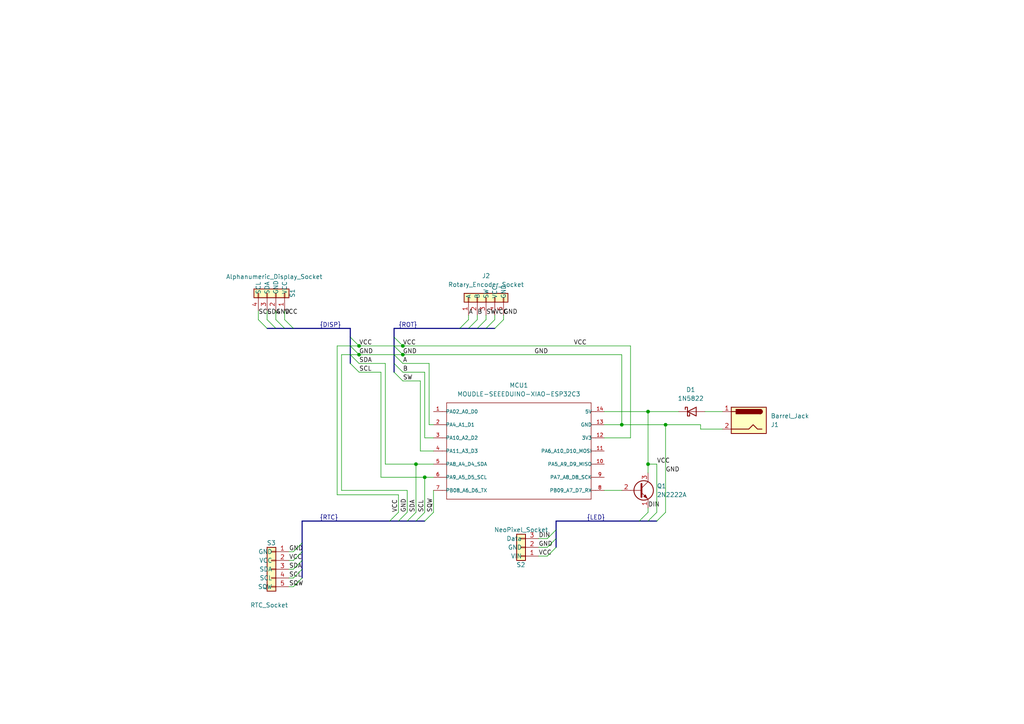
<source format=kicad_sch>
(kicad_sch (version 20250114) (generator "eeschema") (generator_version "9.0")
  (paper "A4")
  (lib_symbols
    (symbol "Connector:Barrel_Jack" (pin_names (offset 1.016))
      (property "Reference" "J" (at 0 5.334 0))
      (property "Value" "Barrel_Jack" (at 0 -5.08 0))
      (symbol "Barrel_Jack_0_1"
        (rectangle (start -5.08 3.81) (end 5.08 -3.81) (stroke (width 0.254)) (fill (type background)))
        (polyline (pts (xy -3.81 -2.54) (xy -2.54 -2.54) (xy -1.27 -1.27) (xy 0 -2.54) (xy 2.54 -2.54) (xy 5.08 -2.54)) (stroke (width 0.254)))
        (arc (start -3.302 1.905) (mid -3.9343 2.54) (end -3.302 3.175) (stroke (width 0.254)))
        (arc (start -3.302 1.905) (mid -3.9343 2.54) (end -3.302 3.175) (stroke (width 0.254)) (fill (type outline)))
        (rectangle (start 3.683 3.175) (end -3.302 1.905) (stroke (width 0.254)) (fill (type outline)))
        (polyline (pts (xy 5.08 2.54) (xy 3.81 2.54)) (stroke (width 0.254)))
      )
      (symbol "Barrel_Jack_1_1"
        (pin passive line (at 7.62 2.54 180) (length 2.54) (name "~") (number "1"))
        (pin passive line (at 7.62 -2.54 180) (length 2.54) (name "~") (number "2"))
      )
    )
    (symbol "Diode:1N5822" (pin_numbers (hide yes)) (pin_names (offset 1.016) (hide yes))
      (property "Reference" "D" (at 0 2.54 0))
      (property "Value" "1N5822" (at 0 -2.54 0))
      (symbol "1N5822_0_1"
        (polyline (pts (xy -1.905 0.635) (xy -1.905 1.27) (xy -1.27 1.27) (xy -1.27 -1.27) (xy -0.635 -1.27) (xy -0.635 -0.635)) (stroke (width 0.254)))
        (polyline (pts (xy 1.27 1.27) (xy 1.27 -1.27) (xy -1.27 0) (xy 1.27 1.27)) (stroke (width 0.254)))
        (polyline (pts (xy 1.27 0) (xy -1.27 0)))
      )
      (symbol "1N5822_1_1"
        (pin passive line (at -3.81 0 0) (length 2.54) (name "K") (number "1"))
        (pin passive line (at 3.81 0 180) (length 2.54) (name "A") (number "2"))
      )
    )
    (symbol "Seeed XIAO ESP32C3:MOUDLE-SEEEDUINO-XIAO-ESP32C3" (pin_names (offset 1.016))
      (property "Reference" "U" (at -21.59 15.24 0))
      (property "Value" "MOUDLE-SEEEDUINO-XIAO-ESP32C3" (at -21.59 13.97 0))
      (symbol "MOUDLE-SEEEDUINO-XIAO-ESP32C3_0_0"
        (polyline (pts (xy -21.59 13.97) (xy 20.32 13.97)) (stroke (width 0.1524)))
        (polyline (pts (xy -21.59 11.43) (xy -22.86 11.43)) (stroke (width 0.1524)))
        (polyline (pts (xy -21.59 11.43) (xy -21.59 13.97)) (stroke (width 0.1524)))
        (polyline (pts (xy -21.59 7.62) (xy -22.86 7.62)) (stroke (width 0.1524)))
        (polyline (pts (xy -21.59 7.62) (xy -21.59 11.43)) (stroke (width 0.1524)))
        (polyline (pts (xy -21.59 3.81) (xy -22.86 3.81)) (stroke (width 0.1524)))
        (polyline (pts (xy -21.59 3.81) (xy -21.59 7.62)) (stroke (width 0.1524)))
        (polyline (pts (xy -21.59 0) (xy -22.86 0)) (stroke (width 0.1524)))
        (polyline (pts (xy -21.59 0) (xy -21.59 3.81)) (stroke (width 0.1524)))
        (polyline (pts (xy -21.59 -3.81) (xy -22.86 -3.81)) (stroke (width 0.1524)))
        (polyline (pts (xy -21.59 -7.62) (xy -22.86 -7.62)) (stroke (width 0.1524)))
        (polyline (pts (xy -21.59 -11.43) (xy -22.86 -11.43)) (stroke (width 0.1524)))
        (polyline (pts (xy -21.59 -13.97) (xy -21.59 0)) (stroke (width 0.1524)))
        (polyline (pts (xy 20.32 13.97) (xy 20.32 11.43)) (stroke (width 0.1524)))
        (polyline (pts (xy 20.32 11.43) (xy 20.32 7.62)) (stroke (width 0.1524)))
        (polyline (pts (xy 20.32 7.62) (xy 20.32 3.81)) (stroke (width 0.1524)))
        (polyline (pts (xy 20.32 3.81) (xy 20.32 -13.97)) (stroke (width 0.1524)))
        (polyline (pts (xy 20.32 -13.97) (xy -21.59 -13.97)) (stroke (width 0.1524)))
        (polyline (pts (xy 21.59 11.43) (xy 20.32 11.43)) (stroke (width 0.1524)))
        (polyline (pts (xy 21.59 7.62) (xy 20.32 7.62)) (stroke (width 0.1524)))
        (polyline (pts (xy 21.59 3.81) (xy 20.32 3.81)) (stroke (width 0.1524)))
        (polyline (pts (xy 21.59 0) (xy 20.32 0)) (stroke (width 0.1524)))
        (polyline (pts (xy 21.59 -3.81) (xy 20.32 -3.81)) (stroke (width 0.1524)))
        (polyline (pts (xy 21.59 -7.62) (xy 20.32 -7.62)) (stroke (width 0.1524)))
        (polyline (pts (xy 21.59 -11.43) (xy 20.32 -11.43)) (stroke (width 0.1524)))
        (pin bidirectional line (at -25.4 11.43 0) (length 2.54) (name "PA02_A0_D0") (number "1"))
        (pin bidirectional line (at -25.4 7.62 0) (length 2.54) (name "PA4_A1_D1") (number "2"))
        (pin bidirectional line (at -25.4 3.81 0) (length 2.54) (name "PA10_A2_D2") (number "3"))
        (pin bidirectional line (at -25.4 0 0) (length 2.54) (name "PA11_A3_D3") (number "4"))
        (pin bidirectional line (at -25.4 -3.81 0) (length 2.54) (name "PA8_A4_D4_SDA") (number "5"))
        (pin bidirectional line (at -25.4 -7.62 0) (length 2.54) (name "PA9_A5_D5_SCL") (number "6"))
        (pin bidirectional line (at -25.4 -11.43 0) (length 2.54) (name "PB08_A6_D6_TX") (number "7"))
        (pin bidirectional line (at 24.13 11.43 180) (length 2.54) (name "5V") (number "14"))
        (pin bidirectional line (at 24.13 7.62 180) (length 2.54) (name "GND") (number "13"))
        (pin bidirectional line (at 24.13 3.81 180) (length 2.54) (name "3V3") (number "12"))
        (pin bidirectional line (at 24.13 0 180) (length 2.54) (name "PA6_A10_D10_MOSI") (number "11"))
        (pin bidirectional line (at 24.13 -3.81 180) (length 2.54) (name "PA5_A9_D9_MISO") (number "10"))
        (pin bidirectional line (at 24.13 -7.62 180) (length 2.54) (name "PA7_A8_D8_SCK") (number "9"))
        (pin bidirectional line (at 24.13 -11.43 180) (length 2.54) (name "PB09_A7_D7_RX") (number "8"))
      )
    )
    (symbol "Transistor_BJT:Q_NPN_EBC" (pin_names (offset 0) (hide yes))
      (property "Reference" "Q" (at 5.08 1.27 0))
      (property "Value" "Q_NPN_EBC" (at 5.08 -1.27 0))
      (symbol "Q_NPN_EBC_0_1"
        (polyline (pts (xy -2.54 0) (xy 0.635 0)))
        (polyline (pts (xy 0.635 1.905) (xy 0.635 -1.905)) (stroke (width 0.508)))
        (circle (center 1.27 0) (radius 2.8194) (stroke (width 0.254)))
      )
      (symbol "Q_NPN_EBC_1_1"
        (polyline (pts (xy 0.635 0.635) (xy 2.54 2.54)))
        (polyline (pts (xy 0.635 -0.635) (xy 2.54 -2.54)))
        (polyline (pts (xy 1.27 -1.778) (xy 1.778 -1.27) (xy 2.286 -2.286) (xy 1.27 -1.778)) (fill (type outline)))
        (pin input line (at -5.08 0 0) (length 2.54) (name "B") (number "2"))
        (pin passive line (at 2.54 5.08 270) (length 2.54) (name "C") (number "3"))
        (pin passive line (at 2.54 -5.08 90) (length 2.54) (name "E") (number "1"))
      )
    )
    (symbol "custom-devices:Alphanumeric_Display_Socket" (pin_names (offset 1.016))
      (property "Reference" "S" (at 0 5.08 0))
      (property "Value" "Alphanumeric_Display_Socket" (at 0 -7.62 0))
      (symbol "Alphanumeric_Display_Socket_1_1"
        (rectangle (start -1.27 3.81) (end 1.27 -6.35) (stroke (width 0.254)) (fill (type background)))
        (rectangle (start -1.27 2.667) (end 0 2.413) (stroke (width 0.1524)))
        (rectangle (start -1.27 0.127) (end 0 -0.127) (stroke (width 0.1524)))
        (rectangle (start -1.27 -2.413) (end 0 -2.667) (stroke (width 0.1524)))
        (rectangle (start -1.27 -4.953) (end 0 -5.207) (stroke (width 0.1524)))
        (pin power_out line (at -5.08 2.54 0) (length 3.81) (name "VCC") (number "1"))
        (pin power_out line (at -5.08 0 0) (length 3.81) (name "GND") (number "2"))
        (pin bidirectional line (at -5.08 -2.54 0) (length 3.81) (name "SDA") (number "3"))
        (pin output line (at -5.08 -5.08 0) (length 3.81) (name "SCL") (number "4"))
      )
    )
    (symbol "custom-devices:NeoPixel_Socket" (pin_names (offset 1.016))
      (property "Reference" "S" (at 0 5.08 0))
      (property "Value" "NeoPixel_Socket" (at 0 -5.08 0))
      (symbol "NeoPixel_Socket_1_1"
        (rectangle (start -1.27 3.81) (end 1.27 -3.81) (stroke (width 0.254)) (fill (type background)))
        (rectangle (start -1.27 2.667) (end 0 2.413) (stroke (width 0.1524)))
        (rectangle (start -1.27 0.127) (end 0 -0.127) (stroke (width 0.1524)))
        (rectangle (start -1.27 -2.413) (end 0 -2.667) (stroke (width 0.1524)))
        (pin power_in line (at -5.08 2.54 0) (length 3.81) (name "VIN") (number "1"))
        (pin power_in line (at -5.08 0 0) (length 3.81) (name "GND") (number "2"))
        (pin input line (at -5.08 -2.54 0) (length 3.81) (name "Data") (number "3"))
      )
    )
    (symbol "custom-devices:RTC_Socket" (pin_names (offset 1.016))
      (property "Reference" "J" (at 0 7.62 0))
      (property "Value" "RTC_Socket" (at 0 -7.62 0))
      (symbol "RTC_Socket_1_1"
        (rectangle (start -1.27 6.35) (end 1.27 -6.35) (stroke (width 0.254)) (fill (type background)))
        (rectangle (start -1.27 5.207) (end 0 4.953) (stroke (width 0.1524)))
        (rectangle (start -1.27 2.667) (end 0 2.413) (stroke (width 0.1524)))
        (rectangle (start -1.27 0.127) (end 0 -0.127) (stroke (width 0.1524)))
        (rectangle (start -1.27 -2.413) (end 0 -2.667) (stroke (width 0.1524)))
        (rectangle (start -1.27 -4.953) (end 0 -5.207) (stroke (width 0.1524)))
        (pin power_out line (at -5.08 5.08 0) (length 3.81) (name "GND") (number "1"))
        (pin power_out line (at -5.08 2.54 0) (length 3.81) (name "VCC") (number "2"))
        (pin bidirectional line (at -5.08 0 0) (length 3.81) (name "SDA") (number "3"))
        (pin output line (at -5.08 -2.54 0) (length 3.81) (name "SCL") (number "4"))
        (pin input line (at -5.08 -5.08 0) (length 3.81) (name "SQW") (number "5"))
      )
    )
    (symbol "custom-devices:Rotary_Encoder_Socket" (pin_names (offset 1.016))
      (property "Reference" "J" (at 0 7.62 0))
      (property "Value" "Rotary_Encoder_Socket" (at 0 -7.62 0))
      (symbol "Rotary_Encoder_Socket_1_1"
        (rectangle (start -1.27 6.35) (end 1.27 -6.35) (stroke (width 0.254)) (fill (type background)))
        (rectangle (start -1.27 5.207) (end 0 4.953) (stroke (width 0.1524)))
        (rectangle (start -1.27 2.667) (end 0 2.413) (stroke (width 0.1524)))
        (rectangle (start -1.27 0.127) (end 0 -0.127) (stroke (width 0.1524)))
        (rectangle (start -1.27 -2.413) (end 0 -2.667) (stroke (width 0.1524)))
        (rectangle (start -1.27 -4.953) (end 0 -5.207) (stroke (width 0.1524)))
        (pin input line (at -5.08 5.08 0) (length 3.81) (name "A") (number "1"))
        (pin input line (at -5.08 2.54 0) (length 3.81) (name "B") (number "2"))
        (pin input line (at -5.08 0 0) (length 3.81) (name "SW") (number "3"))
        (pin power_out line (at -5.08 -2.54 0) (length 3.81) (name "VCC") (number "4"))
        (pin power_out line (at -5.08 -5.08 0) (length 3.81) (name "GND") (number "5"))
      )
    )
  )
  (bus_alias "DISP" (members "SCL" "SDA" "VCC" "GND"))
  (bus_alias "LED" (members "VCC" "GND" "DIN"))
  (bus_alias "ROT" (members "A" "B" "SW" "VCC" "GND"))
  (bus_alias "RTC" (members "SQW" "SCL" "SDA" "VCC" "GND"))
  (junction (at 104.14 102.87))
  (junction (at 180.34 123.19))
  (junction (at 187.96 119.38))
  (junction (at 116.84 102.87))
  (junction (at 123.19 138.43))
  (junction (at 193.04 123.19))
  (junction (at 187.96 134.62))
  (junction (at 104.14 100.33))
  (junction (at 120.65 134.62))
  (junction (at 116.84 100.33))
  (bus_entry (at 138.43 95.25) (size 2.54 -2.54))
  (bus_entry (at 140.97 95.25) (size 2.54 -2.54))
  (bus_entry (at 101.6 97.79) (size 2.54 2.54))
  (bus_entry (at 118.11 151.13) (size 2.54 -2.54))
  (bus_entry (at 101.6 100.33) (size 2.54 2.54))
  (bus_entry (at 135.89 95.25) (size 2.54 -2.54))
  (bus_entry (at 133.35 95.25) (size 2.54 -2.54))
  (bus_entry (at 87.63 160.02) (size -2.54 2.54))
  (bus_entry (at 114.3 102.87) (size 2.54 2.54))
  (bus_entry (at 185.42 151.13) (size 2.54 -2.54))
  (bus_entry (at 87.63 165.1) (size -2.54 2.54))
  (bus_entry (at 77.47 95.25) (size -2.54 -2.54))
  (bus_entry (at 114.3 105.41) (size 2.54 2.54))
  (bus_entry (at 87.63 157.48) (size -2.54 2.54))
  (bus_entry (at 114.3 100.33) (size 2.54 2.54))
  (bus_entry (at 80.01 95.25) (size -2.54 -2.54))
  (bus_entry (at 87.63 162.56) (size -2.54 2.54))
  (bus_entry (at 115.57 151.13) (size 2.54 -2.54))
  (bus_entry (at 87.63 167.64) (size -2.54 2.54))
  (bus_entry (at 120.65 151.13) (size 2.54 -2.54))
  (bus_entry (at 187.96 151.13) (size 2.54 -2.54))
  (bus_entry (at 143.51 95.25) (size 2.54 -2.54))
  (bus_entry (at 161.29 158.75) (size -2.54 2.54))
  (bus_entry (at 123.19 151.13) (size 2.54 -2.54))
  (bus_entry (at 101.6 105.41) (size 2.54 2.54))
  (bus_entry (at 190.5 151.13) (size 2.54 -2.54))
  (bus_entry (at 114.3 107.95) (size 2.54 2.54))
  (bus_entry (at 113.03 151.13) (size 2.54 -2.54))
  (bus_entry (at 161.29 153.67) (size -2.54 2.54))
  (bus_entry (at 82.55 95.25) (size -2.54 -2.54))
  (bus_entry (at 114.3 97.79) (size 2.54 2.54))
  (bus_entry (at 161.29 156.21) (size -2.54 2.54))
  (bus_entry (at 101.6 102.87) (size 2.54 2.54))
  (bus_entry (at 85.09 95.25) (size -2.54 -2.54))
  (wire (pts (xy 121.92 130.81) (xy 125.73 130.81)))
  (bus (pts (xy 185.42 151.13) (xy 187.96 151.13)))
  (wire (pts (xy 111.76 105.41) (xy 111.76 134.62)))
  (wire (pts (xy 115.57 143.51) (xy 97.79 143.51)))
  (wire (pts (xy 83.82 167.64) (xy 85.09 167.64)))
  (wire (pts (xy 209.55 124.46) (xy 203.2 124.46)))
  (wire (pts (xy 83.82 165.1) (xy 85.09 165.1)))
  (wire (pts (xy 116.84 102.87) (xy 180.34 102.87)))
  (bus (pts (xy 80.01 95.25) (xy 82.55 95.25)))
  (wire (pts (xy 77.47 90.17) (xy 77.47 92.71)))
  (bus (pts (xy 82.55 95.25) (xy 85.09 95.25)))
  (wire (pts (xy 156.21 156.21) (xy 158.75 156.21)))
  (wire (pts (xy 99.06 142.24) (xy 118.11 142.24)))
  (wire (pts (xy 156.21 158.75) (xy 158.75 158.75)))
  (wire (pts (xy 116.84 110.49) (xy 121.92 110.49)))
  (wire (pts (xy 118.11 142.24) (xy 118.11 148.59)))
  (wire (pts (xy 83.82 160.02) (xy 85.09 160.02)))
  (wire (pts (xy 182.88 127) (xy 175.26 127)))
  (bus (pts (xy 161.29 156.21) (xy 161.29 158.75)))
  (wire (pts (xy 135.89 91.44) (xy 135.89 92.71)))
  (bus (pts (xy 118.11 151.13) (xy 115.57 151.13)))
  (wire (pts (xy 120.65 134.62) (xy 125.73 134.62)))
  (bus (pts (xy 120.65 151.13) (xy 118.11 151.13)))
  (bus (pts (xy 133.35 95.25) (xy 135.89 95.25)))
  (bus (pts (xy 135.89 95.25) (xy 138.43 95.25)))
  (bus (pts (xy 87.63 151.13) (xy 87.63 157.48)))
  (wire (pts (xy 104.14 102.87) (xy 101.6 102.87)))
  (bus (pts (xy 87.63 162.56) (xy 87.63 165.1)))
  (wire (pts (xy 116.84 100.33) (xy 182.88 100.33)))
  (bus (pts (xy 87.63 160.02) (xy 87.63 162.56)))
  (wire (pts (xy 83.82 170.18) (xy 85.09 170.18)))
  (wire (pts (xy 187.96 134.62) (xy 190.5 134.62)))
  (bus (pts (xy 114.3 95.25) (xy 114.3 97.79)))
  (wire (pts (xy 123.19 107.95) (xy 123.19 127)))
  (wire (pts (xy 138.43 91.44) (xy 138.43 92.71)))
  (wire (pts (xy 123.19 138.43) (xy 125.73 138.43)))
  (wire (pts (xy 182.88 100.33) (xy 182.88 127)))
  (wire (pts (xy 190.5 148.59) (xy 190.5 134.62)))
  (wire (pts (xy 111.76 134.62) (xy 120.65 134.62)))
  (wire (pts (xy 99.06 102.87) (xy 99.06 142.24)))
  (wire (pts (xy 124.46 123.19) (xy 125.73 123.19)))
  (wire (pts (xy 187.96 147.32) (xy 187.96 148.59)))
  (wire (pts (xy 101.6 100.33) (xy 104.14 100.33)))
  (wire (pts (xy 82.55 90.17) (xy 82.55 92.71)))
  (bus (pts (xy 115.57 151.13) (xy 113.03 151.13)))
  (wire (pts (xy 187.96 119.38) (xy 196.85 119.38)))
  (wire (pts (xy 115.57 143.51) (xy 115.57 148.59)))
  (wire (pts (xy 140.97 91.44) (xy 140.97 92.71)))
  (bus (pts (xy 87.63 165.1) (xy 87.63 167.64)))
  (wire (pts (xy 104.14 102.87) (xy 114.3 102.87)))
  (wire (pts (xy 116.84 107.95) (xy 123.19 107.95)))
  (wire (pts (xy 204.47 119.38) (xy 209.55 119.38)))
  (wire (pts (xy 114.3 102.87) (xy 116.84 102.87)))
  (wire (pts (xy 104.14 100.33) (xy 114.3 100.33)))
  (wire (pts (xy 175.26 142.24) (xy 180.34 142.24)))
  (wire (pts (xy 116.84 105.41) (xy 124.46 105.41)))
  (wire (pts (xy 193.04 123.19) (xy 203.2 123.19)))
  (wire (pts (xy 175.26 119.38) (xy 187.96 119.38)))
  (bus (pts (xy 161.29 151.13) (xy 161.29 153.67)))
  (wire (pts (xy 125.73 148.59) (xy 125.73 142.24)))
  (wire (pts (xy 175.26 123.19) (xy 180.34 123.19)))
  (bus (pts (xy 123.19 151.13) (xy 120.65 151.13)))
  (wire (pts (xy 97.79 100.33) (xy 101.6 100.33)))
  (bus (pts (xy 140.97 95.25) (xy 143.51 95.25)))
  (wire (pts (xy 104.14 107.95) (xy 110.49 107.95)))
  (wire (pts (xy 80.01 90.17) (xy 80.01 92.71)))
  (bus (pts (xy 101.6 97.79) (xy 101.6 95.25)))
  (wire (pts (xy 110.49 138.43) (xy 123.19 138.43)))
  (wire (pts (xy 123.19 127) (xy 125.73 127)))
  (wire (pts (xy 180.34 123.19) (xy 193.04 123.19)))
  (wire (pts (xy 187.96 134.62) (xy 187.96 137.16)))
  (bus (pts (xy 187.96 151.13) (xy 190.5 151.13)))
  (bus (pts (xy 77.47 95.25) (xy 80.01 95.25)))
  (wire (pts (xy 101.6 102.87) (xy 99.06 102.87)))
  (wire (pts (xy 121.92 110.49) (xy 121.92 130.81)))
  (bus (pts (xy 101.6 102.87) (xy 101.6 100.33)))
  (bus (pts (xy 113.03 151.13) (xy 87.63 151.13)))
  (wire (pts (xy 104.14 105.41) (xy 111.76 105.41)))
  (bus (pts (xy 114.3 97.79) (xy 114.3 100.33)))
  (wire (pts (xy 193.04 123.19) (xy 193.04 148.59)))
  (wire (pts (xy 114.3 100.33) (xy 116.84 100.33)))
  (wire (pts (xy 143.51 91.44) (xy 143.51 92.71)))
  (bus (pts (xy 138.43 95.25) (xy 140.97 95.25)))
  (bus (pts (xy 101.6 100.33) (xy 101.6 97.79)))
  (wire (pts (xy 110.49 107.95) (xy 110.49 138.43)))
  (bus (pts (xy 114.3 102.87) (xy 114.3 105.41)))
  (wire (pts (xy 203.2 124.46) (xy 203.2 123.19)))
  (bus (pts (xy 161.29 153.67) (xy 161.29 156.21)))
  (bus (pts (xy 114.3 95.25) (xy 133.35 95.25)))
  (wire (pts (xy 180.34 102.87) (xy 180.34 123.19)))
  (bus (pts (xy 87.63 157.48) (xy 87.63 160.02)))
  (bus (pts (xy 161.29 151.13) (xy 185.42 151.13)))
  (bus (pts (xy 114.3 100.33) (xy 114.3 102.87)))
  (wire (pts (xy 124.46 105.41) (xy 124.46 123.19)))
  (wire (pts (xy 83.82 162.56) (xy 85.09 162.56)))
  (bus (pts (xy 114.3 105.41) (xy 114.3 107.95)))
  (wire (pts (xy 74.93 90.17) (xy 74.93 92.71)))
  (wire (pts (xy 156.21 161.29) (xy 158.75 161.29)))
  (wire (pts (xy 187.96 119.38) (xy 187.96 134.62)))
  (wire (pts (xy 123.19 138.43) (xy 123.19 148.59)))
  (bus (pts (xy 101.6 105.41) (xy 101.6 102.87)))
  (bus (pts (xy 85.09 95.25) (xy 101.6 95.25)))
  (wire (pts (xy 97.79 143.51) (xy 97.79 100.33)))
  (wire (pts (xy 146.05 91.44) (xy 146.05 92.71)))
  (wire (pts (xy 120.65 134.62) (xy 120.65 148.59)))
  (label "B" (at 138.43 91.44 0))
  (label "GND" (at 118.11 148.59 90))
  (label "{LED}" (at 170.18 151.13 0))
  (label "GND" (at 80.01 91.44 0))
  (label "SW" (at 116.84 110.49 0))
  (label "VCC" (at 143.51 91.44 0))
  (label "SDA" (at 77.47 91.44 0))
  (label "{RTC}" (at 92.71 151.13 0))
  (label "{DISP}" (at 92.71 95.25 0))
  (label "VCC" (at 156.21 161.29 0))
  (label "SCL" (at 104.14 107.95 0))
  (label "SW" (at 140.97 91.44 0))
  (label "SCL" (at 74.93 91.44 0))
  (label "GND" (at 154.94 102.87 0))
  (label "VCC" (at 166.37 100.33 0))
  (label "SDA" (at 120.65 148.59 90))
  (label "GND" (at 156.21 158.75 0))
  (label "VCC" (at 115.57 148.59 90))
  (label "SDA" (at 83.82 165.1 0))
  (label "VCC" (at 104.14 100.33 0))
  (label "SQW" (at 125.73 148.59 90))
  (label "GND" (at 104.14 102.87 0))
  (label "SQW" (at 83.82 170.18 0))
  (label "B" (at 116.84 107.95 0))
  (label "SDA" (at 104.14 105.41 0))
  (label "GND" (at 146.05 91.44 0))
  (label "SCL" (at 123.19 148.59 90))
  (label "{ROT}" (at 115.57 95.25 0))
  (label "VCC" (at 190.5 134.62 0))
  (label "DIN" (at 156.21 156.21 0))
  (label "DIN" (at 187.96 147.32 0))
  (label "GND" (at 116.84 102.87 0))
  (label "GND" (at 83.82 160.02 0))
  (label "SCL" (at 83.82 167.64 0))
  (label "VCC" (at 82.55 91.44 0))
  (label "A" (at 135.89 91.44 0))
  (label "VCC" (at 116.84 100.33 0))
  (label "VCC" (at 83.82 162.56 0))
  (label "GND" (at 193.04 137.16 0))
  (label "A" (at 116.84 105.41 0))
  (symbol (lib_id "custom-devices:Rotary_Encoder_Socket") (at 140.97 86.36 90) (unit 1)
    (property "Reference" "J2" (at 140.97 80.01 90))
    (property "Value" "Rotary_Encoder_Socket" (at 140.97 82.55 90))
    (property "Footprint" "Connector_JST:JST_XH_B5B-XH-AM_1x05_P2.50mm_Vertical" (effects (hide yes)))
    (property "Description" "Generic connector, single row, 01x05, script generated (kicad-library-utils/schlib/autogen/connector/)" (effects (hide yes)))
  )
  (symbol (lib_id "Connector:Barrel_Jack") (at 217.17 121.92 0) (mirror y) (unit 1)
    (property "Reference" "J1" (at 223.52 123.1901 0) (effects (justify right)))
    (property "Value" "Barrel_Jack" (at 223.52 120.6501 0) (effects (justify right)))
    (property "Footprint" "Connector_JST:JST_XH_B2B-XH-A_1x02_P2.50mm_Vertical" (effects (hide yes)))
    (property "Description" "DC Barrel Jack" (effects (hide yes)))
  )
  (symbol (lib_id "Seeed XIAO ESP32C3:MOUDLE-SEEEDUINO-XIAO-ESP32C3") (at 151.13 130.81 0) (unit 1)
    (property "Reference" "MCU1" (at 150.495 111.76 0))
    (property "Value" "MOUDLE-SEEEDUINO-XIAO-ESP32C3" (at 150.495 114.3 0))
    (property "Footprint" "RF_Module:MCU_Seeed_ESP32C3" (effects (hide yes)))
  )
  (symbol (lib_id "Transistor_BJT:Q_NPN_EBC") (at 185.42 142.24 0) (unit 1)
    (property "Reference" "Q1" (at 190.5 140.9699 0) (effects (justify left)))
    (property "Value" "2N2222A" (at 190.5 143.5099 0) (effects (justify left)))
    (property "Footprint" "Package_TO_SOT_THT:TO-92" (effects (hide yes)))
    (property "Description" "NPN transistor, emitter/base/collector" (effects (hide yes)))
  )
  (symbol (lib_id "Diode:1N5822") (at 200.66 119.38 0) (unit 1)
    (property "Reference" "D1" (at 200.3425 113.03 0))
    (property "Value" "1N5822" (at 200.3425 115.57 0))
    (property "Footprint" "Diode_THT:D_DO-201AD_P15.24mm_Horizontal" (effects (hide yes)))
    (property "Datasheet" "http://www.vishay.com/docs/88526/1n5820.pdf" (effects (hide yes)))
    (property "Description" "40V 3A Schottky Barrier Rectifier Diode, DO-201AD" (effects (hide yes)))
  )
  (symbol (lib_id "custom-devices:RTC_Socket") (at 78.74 165.1 0) (mirror y) (unit 1)
    (property "Reference" "S3" (at 80.01 157.48 0) (effects (justify left)))
    (property "Value" "RTC_Socket" (at 83.566 175.514 0) (effects (justify left)))
    (property "Footprint" "Connector_PinHeader_2.54mm:PinHeader_1x05_P2.54mm_Vertical" (effects (hide yes)))
    (property "Description" "Generic connector, single row, 01x05, script generated (kicad-library-utils/schlib/autogen/connector/)" (effects (hide yes)))
  )
  (symbol (lib_id "custom-devices:Alphanumeric_Display_Socket") (at 80.01 85.09 270) (mirror x) (unit 1)
    (property "Reference" "S1" (at 84.836 86.36 0) (effects (justify left)))
    (property "Value" "Alphanumeric_Display_Socket" (at 65.532 80.264 90) (effects (justify left)))
    (property "Footprint" "Connector_JST:JST_XH_B4B-XH-AM_1x04_P2.50mm_Vertical" (effects (hide yes)))
    (property "Description" "Generic connector, single row, 01x04, script generated (kicad-library-utils/schlib/autogen/connector/)" (effects (hide yes)))
  )
  (symbol (lib_id "custom-devices:NeoPixel_Socket") (at 151.13 158.75 180) (unit 1)
    (property "Reference" "S2" (at 152.4 163.83 0) (effects (justify left)))
    (property "Value" "NeoPixel_Socket" (at 159.004 153.67 0) (effects (justify left)))
    (property "Footprint" "Connector_JST:JST_XH_B3B-XH-AM_1x03_P2.50mm_Vertical" (effects (hide yes)))
    (property "Description" "Generic connector, single row, 01x03, script generated (kicad-library-utils/schlib/autogen/connector/)" (effects (hide yes)))
  )
)
</source>
